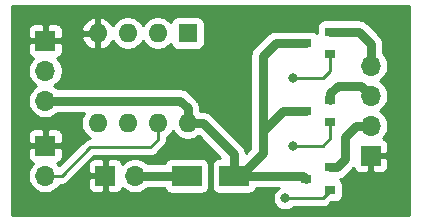
<source format=gbl>
%TF.GenerationSoftware,KiCad,Pcbnew,(5.1.6)-1*%
%TF.CreationDate,2020-09-24T16:39:52+02:00*%
%TF.ProjectId,rainbow-ledbar-CMS,7261696e-626f-4772-9d6c-65646261722d,rev?*%
%TF.SameCoordinates,Original*%
%TF.FileFunction,Copper,L2,Bot*%
%TF.FilePolarity,Positive*%
%FSLAX46Y46*%
G04 Gerber Fmt 4.6, Leading zero omitted, Abs format (unit mm)*
G04 Created by KiCad (PCBNEW (5.1.6)-1) date 2020-09-24 16:39:52*
%MOMM*%
%LPD*%
G01*
G04 APERTURE LIST*
%TA.AperFunction,SMDPad,CuDef*%
%ADD10R,0.900000X0.800000*%
%TD*%
%TA.AperFunction,SMDPad,CuDef*%
%ADD11R,2.500000X1.800000*%
%TD*%
%TA.AperFunction,ComponentPad*%
%ADD12R,1.700000X1.700000*%
%TD*%
%TA.AperFunction,ComponentPad*%
%ADD13O,1.700000X1.700000*%
%TD*%
%TA.AperFunction,ComponentPad*%
%ADD14R,1.600000X1.600000*%
%TD*%
%TA.AperFunction,ComponentPad*%
%ADD15O,1.600000X1.600000*%
%TD*%
%TA.AperFunction,ViaPad*%
%ADD16C,0.800000*%
%TD*%
%TA.AperFunction,Conductor*%
%ADD17C,0.800000*%
%TD*%
%TA.AperFunction,Conductor*%
%ADD18C,0.250000*%
%TD*%
%TA.AperFunction,Conductor*%
%ADD19C,0.254000*%
%TD*%
G04 APERTURE END LIST*
D10*
%TO.P,Q1,1*%
%TO.N,Net-(J1-Pad3)*%
X167624000Y-80546000D03*
%TO.P,Q1,2*%
%TO.N,Net-(Q1-Pad2)*%
X167624000Y-82446000D03*
%TO.P,Q1,3*%
%TO.N,VCC*%
X165624000Y-81496000D03*
%TD*%
%TO.P,Q2,3*%
%TO.N,VCC*%
X165624000Y-87251000D03*
%TO.P,Q2,2*%
%TO.N,Net-(Q2-Pad2)*%
X167624000Y-88201000D03*
%TO.P,Q2,1*%
%TO.N,Net-(J1-Pad2)*%
X167624000Y-86301000D03*
%TD*%
%TO.P,Q3,1*%
%TO.N,Net-(J1-Pad4)*%
X167624000Y-74796000D03*
%TO.P,Q3,2*%
%TO.N,Net-(Q3-Pad2)*%
X167624000Y-76696000D03*
%TO.P,Q3,3*%
%TO.N,VCC*%
X165624000Y-75746000D03*
%TD*%
D11*
%TO.P,D1,1*%
%TO.N,VCC*%
X159480000Y-86995000D03*
%TO.P,D1,2*%
%TO.N,Net-(D1-Pad2)*%
X155480000Y-86995000D03*
%TD*%
D12*
%TO.P,J1,1*%
%TO.N,GNDREF*%
X171069000Y-85300000D03*
D13*
%TO.P,J1,2*%
%TO.N,Net-(J1-Pad2)*%
X171069000Y-82760000D03*
%TO.P,J1,3*%
%TO.N,Net-(J1-Pad3)*%
X171069000Y-80220000D03*
%TO.P,J1,4*%
%TO.N,Net-(J1-Pad4)*%
X171069000Y-77680000D03*
%TD*%
D12*
%TO.P,J2,1*%
%TO.N,GNDREF*%
X148590000Y-86995000D03*
D13*
%TO.P,J2,2*%
%TO.N,Net-(D1-Pad2)*%
X151130000Y-86995000D03*
%TD*%
%TO.P,J3,2*%
%TO.N,PushButton*%
X143510000Y-86995000D03*
D12*
%TO.P,J3,1*%
%TO.N,GNDREF*%
X143510000Y-84455000D03*
%TD*%
%TO.P,J5,1*%
%TO.N,GNDREF*%
X143510000Y-75565000D03*
D13*
%TO.P,J5,2*%
%TO.N,Potentiom\u00E8tre*%
X143510000Y-78105000D03*
%TO.P,J5,3*%
%TO.N,VCC*%
X143510000Y-80645000D03*
%TD*%
D14*
%TO.P,U1,1*%
%TO.N,Net-(U1-Pad1)*%
X155575000Y-74930000D03*
D15*
%TO.P,U1,5*%
%TO.N,B*%
X147955000Y-82550000D03*
%TO.P,U1,2*%
%TO.N,R*%
X153035000Y-74930000D03*
%TO.P,U1,6*%
%TO.N,G*%
X150495000Y-82550000D03*
%TO.P,U1,3*%
%TO.N,Potentiom\u00E8tre*%
X150495000Y-74930000D03*
%TO.P,U1,7*%
%TO.N,PushButton*%
X153035000Y-82550000D03*
%TO.P,U1,4*%
%TO.N,GNDREF*%
X147955000Y-74930000D03*
%TO.P,U1,8*%
%TO.N,VCC*%
X155575000Y-82550000D03*
%TD*%
D16*
%TO.N,GNDREF*%
X153000000Y-78000000D03*
X173000000Y-74000000D03*
X173000000Y-89000000D03*
X156210000Y-84455000D03*
X146050000Y-88900000D03*
X159385000Y-73660000D03*
%TO.N,Net-(Q1-Pad2)*%
X164465000Y-84455000D03*
%TO.N,Net-(Q2-Pad2)*%
X163830000Y-88900000D03*
%TO.N,Net-(Q3-Pad2)*%
X164465000Y-78740000D03*
%TD*%
D17*
%TO.N,Net-(J1-Pad4)*%
X167624000Y-74796000D02*
X170046000Y-74796000D01*
X171069000Y-75819000D02*
X171069000Y-77680000D01*
X170046000Y-74796000D02*
X171069000Y-75819000D01*
%TO.N,Net-(J1-Pad3)*%
X167624000Y-80546000D02*
X167624000Y-80026000D01*
X167624000Y-80026000D02*
X168275000Y-79375000D01*
X170224000Y-79375000D02*
X171069000Y-80220000D01*
X168275000Y-79375000D02*
X170224000Y-79375000D01*
%TO.N,Net-(J1-Pad2)*%
X167624000Y-86301000D02*
X168216000Y-86301000D01*
X168910000Y-85607000D02*
X168910000Y-83716919D01*
X168910000Y-83716919D02*
X169866919Y-82760000D01*
X169866919Y-82760000D02*
X171069000Y-82760000D01*
X168216000Y-86301000D02*
X168910000Y-85607000D01*
%TO.N,VCC*%
X155575000Y-82550000D02*
X156845000Y-82550000D01*
X159480000Y-85185000D02*
X159480000Y-86995000D01*
X156845000Y-82550000D02*
X159480000Y-85185000D01*
X155575000Y-81280000D02*
X155575000Y-82550000D01*
X143510000Y-80645000D02*
X154940000Y-80645000D01*
X154940000Y-80645000D02*
X155575000Y-81280000D01*
X165368000Y-86995000D02*
X165624000Y-87251000D01*
X159480000Y-86995000D02*
X165368000Y-86995000D01*
X159480000Y-86995000D02*
X160020000Y-86995000D01*
X160020000Y-86995000D02*
X161925000Y-85090000D01*
X161925000Y-85090000D02*
X161925000Y-83185000D01*
X163614000Y-81496000D02*
X165624000Y-81496000D01*
X161925000Y-83185000D02*
X163614000Y-81496000D01*
X163014000Y-75746000D02*
X165624000Y-75746000D01*
X161925000Y-83185000D02*
X161925000Y-76835000D01*
X161925000Y-76835000D02*
X163014000Y-75746000D01*
D18*
%TO.N,PushButton*%
X153035000Y-83947000D02*
X153035000Y-82550000D01*
X152400000Y-84582000D02*
X153035000Y-83947000D01*
X147320000Y-84582000D02*
X152400000Y-84582000D01*
X143510000Y-86995000D02*
X144907000Y-86995000D01*
X144907000Y-86995000D02*
X147320000Y-84582000D01*
%TO.N,Net-(Q1-Pad2)*%
X164465000Y-84455000D02*
X167005000Y-84455000D01*
X167624000Y-83836000D02*
X167624000Y-82446000D01*
X167005000Y-84455000D02*
X167624000Y-83836000D01*
%TO.N,Net-(Q2-Pad2)*%
X167560000Y-88265000D02*
X167624000Y-88201000D01*
X167624000Y-88201000D02*
X167624000Y-88281000D01*
X167005000Y-88900000D02*
X163830000Y-88900000D01*
X167624000Y-88281000D02*
X167005000Y-88900000D01*
%TO.N,Net-(Q3-Pad2)*%
X164465000Y-78740000D02*
X167005000Y-78740000D01*
X167624000Y-78121000D02*
X167624000Y-76696000D01*
X167005000Y-78740000D02*
X167624000Y-78121000D01*
D17*
%TO.N,Net-(D1-Pad2)*%
X151130000Y-86995000D02*
X155480000Y-86995000D01*
%TD*%
D19*
%TO.N,GNDREF*%
G36*
X174340001Y-90340000D02*
G01*
X140660000Y-90340000D01*
X140660000Y-83605000D01*
X142021928Y-83605000D01*
X142025000Y-84169250D01*
X142183750Y-84328000D01*
X143383000Y-84328000D01*
X143383000Y-83128750D01*
X143637000Y-83128750D01*
X143637000Y-84328000D01*
X144836250Y-84328000D01*
X144995000Y-84169250D01*
X144998072Y-83605000D01*
X144985812Y-83480518D01*
X144949502Y-83360820D01*
X144890537Y-83250506D01*
X144811185Y-83153815D01*
X144714494Y-83074463D01*
X144604180Y-83015498D01*
X144484482Y-82979188D01*
X144360000Y-82966928D01*
X143795750Y-82970000D01*
X143637000Y-83128750D01*
X143383000Y-83128750D01*
X143224250Y-82970000D01*
X142660000Y-82966928D01*
X142535518Y-82979188D01*
X142415820Y-83015498D01*
X142305506Y-83074463D01*
X142208815Y-83153815D01*
X142129463Y-83250506D01*
X142070498Y-83360820D01*
X142034188Y-83480518D01*
X142021928Y-83605000D01*
X140660000Y-83605000D01*
X140660000Y-76415000D01*
X142021928Y-76415000D01*
X142034188Y-76539482D01*
X142070498Y-76659180D01*
X142129463Y-76769494D01*
X142208815Y-76866185D01*
X142305506Y-76945537D01*
X142415820Y-77004502D01*
X142488380Y-77026513D01*
X142356525Y-77158368D01*
X142194010Y-77401589D01*
X142082068Y-77671842D01*
X142025000Y-77958740D01*
X142025000Y-78251260D01*
X142082068Y-78538158D01*
X142194010Y-78808411D01*
X142356525Y-79051632D01*
X142563368Y-79258475D01*
X142737760Y-79375000D01*
X142563368Y-79491525D01*
X142356525Y-79698368D01*
X142194010Y-79941589D01*
X142082068Y-80211842D01*
X142025000Y-80498740D01*
X142025000Y-80791260D01*
X142082068Y-81078158D01*
X142194010Y-81348411D01*
X142356525Y-81591632D01*
X142563368Y-81798475D01*
X142806589Y-81960990D01*
X143076842Y-82072932D01*
X143363740Y-82130000D01*
X143656260Y-82130000D01*
X143943158Y-82072932D01*
X144213411Y-81960990D01*
X144456632Y-81798475D01*
X144575107Y-81680000D01*
X146810456Y-81680000D01*
X146683320Y-81870273D01*
X146575147Y-82131426D01*
X146520000Y-82408665D01*
X146520000Y-82691335D01*
X146575147Y-82968574D01*
X146683320Y-83229727D01*
X146840363Y-83464759D01*
X147040241Y-83664637D01*
X147275273Y-83821680D01*
X147277318Y-83822527D01*
X147171014Y-83832997D01*
X147027753Y-83876454D01*
X146895724Y-83947026D01*
X146779999Y-84041999D01*
X146756201Y-84070997D01*
X144709680Y-86117519D01*
X144663475Y-86048368D01*
X144531620Y-85916513D01*
X144604180Y-85894502D01*
X144714494Y-85835537D01*
X144811185Y-85756185D01*
X144890537Y-85659494D01*
X144949502Y-85549180D01*
X144985812Y-85429482D01*
X144998072Y-85305000D01*
X144995000Y-84740750D01*
X144836250Y-84582000D01*
X143637000Y-84582000D01*
X143637000Y-84602000D01*
X143383000Y-84602000D01*
X143383000Y-84582000D01*
X142183750Y-84582000D01*
X142025000Y-84740750D01*
X142021928Y-85305000D01*
X142034188Y-85429482D01*
X142070498Y-85549180D01*
X142129463Y-85659494D01*
X142208815Y-85756185D01*
X142305506Y-85835537D01*
X142415820Y-85894502D01*
X142488380Y-85916513D01*
X142356525Y-86048368D01*
X142194010Y-86291589D01*
X142082068Y-86561842D01*
X142025000Y-86848740D01*
X142025000Y-87141260D01*
X142082068Y-87428158D01*
X142194010Y-87698411D01*
X142356525Y-87941632D01*
X142563368Y-88148475D01*
X142806589Y-88310990D01*
X143076842Y-88422932D01*
X143363740Y-88480000D01*
X143656260Y-88480000D01*
X143943158Y-88422932D01*
X144213411Y-88310990D01*
X144456632Y-88148475D01*
X144663475Y-87941632D01*
X144728042Y-87845000D01*
X147101928Y-87845000D01*
X147114188Y-87969482D01*
X147150498Y-88089180D01*
X147209463Y-88199494D01*
X147288815Y-88296185D01*
X147385506Y-88375537D01*
X147495820Y-88434502D01*
X147615518Y-88470812D01*
X147740000Y-88483072D01*
X148304250Y-88480000D01*
X148463000Y-88321250D01*
X148463000Y-87122000D01*
X147263750Y-87122000D01*
X147105000Y-87280750D01*
X147101928Y-87845000D01*
X144728042Y-87845000D01*
X144788178Y-87755000D01*
X144869678Y-87755000D01*
X144907000Y-87758676D01*
X144944322Y-87755000D01*
X144944333Y-87755000D01*
X145055986Y-87744003D01*
X145199247Y-87700546D01*
X145331276Y-87629974D01*
X145447001Y-87535001D01*
X145470804Y-87505997D01*
X146831801Y-86145000D01*
X147101928Y-86145000D01*
X147105000Y-86709250D01*
X147263750Y-86868000D01*
X148463000Y-86868000D01*
X148463000Y-85668750D01*
X148717000Y-85668750D01*
X148717000Y-86868000D01*
X148737000Y-86868000D01*
X148737000Y-87122000D01*
X148717000Y-87122000D01*
X148717000Y-88321250D01*
X148875750Y-88480000D01*
X149440000Y-88483072D01*
X149564482Y-88470812D01*
X149684180Y-88434502D01*
X149794494Y-88375537D01*
X149891185Y-88296185D01*
X149970537Y-88199494D01*
X150029502Y-88089180D01*
X150051513Y-88016620D01*
X150183368Y-88148475D01*
X150426589Y-88310990D01*
X150696842Y-88422932D01*
X150983740Y-88480000D01*
X151276260Y-88480000D01*
X151563158Y-88422932D01*
X151833411Y-88310990D01*
X152076632Y-88148475D01*
X152195107Y-88030000D01*
X153607379Y-88030000D01*
X153640498Y-88139180D01*
X153699463Y-88249494D01*
X153778815Y-88346185D01*
X153875506Y-88425537D01*
X153985820Y-88484502D01*
X154105518Y-88520812D01*
X154230000Y-88533072D01*
X156730000Y-88533072D01*
X156854482Y-88520812D01*
X156974180Y-88484502D01*
X157084494Y-88425537D01*
X157181185Y-88346185D01*
X157260537Y-88249494D01*
X157319502Y-88139180D01*
X157355812Y-88019482D01*
X157368072Y-87895000D01*
X157368072Y-86095000D01*
X157355812Y-85970518D01*
X157319502Y-85850820D01*
X157260537Y-85740506D01*
X157181185Y-85643815D01*
X157084494Y-85564463D01*
X156974180Y-85505498D01*
X156854482Y-85469188D01*
X156730000Y-85456928D01*
X154230000Y-85456928D01*
X154105518Y-85469188D01*
X153985820Y-85505498D01*
X153875506Y-85564463D01*
X153778815Y-85643815D01*
X153699463Y-85740506D01*
X153640498Y-85850820D01*
X153607379Y-85960000D01*
X152195107Y-85960000D01*
X152076632Y-85841525D01*
X151833411Y-85679010D01*
X151563158Y-85567068D01*
X151276260Y-85510000D01*
X150983740Y-85510000D01*
X150696842Y-85567068D01*
X150426589Y-85679010D01*
X150183368Y-85841525D01*
X150051513Y-85973380D01*
X150029502Y-85900820D01*
X149970537Y-85790506D01*
X149891185Y-85693815D01*
X149794494Y-85614463D01*
X149684180Y-85555498D01*
X149564482Y-85519188D01*
X149440000Y-85506928D01*
X148875750Y-85510000D01*
X148717000Y-85668750D01*
X148463000Y-85668750D01*
X148304250Y-85510000D01*
X147740000Y-85506928D01*
X147615518Y-85519188D01*
X147495820Y-85555498D01*
X147385506Y-85614463D01*
X147288815Y-85693815D01*
X147209463Y-85790506D01*
X147150498Y-85900820D01*
X147114188Y-86020518D01*
X147101928Y-86145000D01*
X146831801Y-86145000D01*
X147634802Y-85342000D01*
X152362678Y-85342000D01*
X152400000Y-85345676D01*
X152437322Y-85342000D01*
X152437333Y-85342000D01*
X152548986Y-85331003D01*
X152692247Y-85287546D01*
X152824276Y-85216974D01*
X152940001Y-85122001D01*
X152963803Y-85092998D01*
X153546004Y-84510798D01*
X153575001Y-84487001D01*
X153669974Y-84371276D01*
X153740546Y-84239247D01*
X153784003Y-84095986D01*
X153795000Y-83984333D01*
X153795000Y-83984332D01*
X153798677Y-83947000D01*
X153795000Y-83909667D01*
X153795000Y-83768043D01*
X153949759Y-83664637D01*
X154149637Y-83464759D01*
X154305000Y-83232241D01*
X154460363Y-83464759D01*
X154660241Y-83664637D01*
X154895273Y-83821680D01*
X155156426Y-83929853D01*
X155433665Y-83985000D01*
X155716335Y-83985000D01*
X155993574Y-83929853D01*
X156254727Y-83821680D01*
X156489759Y-83664637D01*
X156492843Y-83661553D01*
X158288217Y-85456928D01*
X158230000Y-85456928D01*
X158105518Y-85469188D01*
X157985820Y-85505498D01*
X157875506Y-85564463D01*
X157778815Y-85643815D01*
X157699463Y-85740506D01*
X157640498Y-85850820D01*
X157604188Y-85970518D01*
X157591928Y-86095000D01*
X157591928Y-87895000D01*
X157604188Y-88019482D01*
X157640498Y-88139180D01*
X157699463Y-88249494D01*
X157778815Y-88346185D01*
X157875506Y-88425537D01*
X157985820Y-88484502D01*
X158105518Y-88520812D01*
X158230000Y-88533072D01*
X160730000Y-88533072D01*
X160854482Y-88520812D01*
X160974180Y-88484502D01*
X161084494Y-88425537D01*
X161181185Y-88346185D01*
X161260537Y-88249494D01*
X161319502Y-88139180D01*
X161352621Y-88030000D01*
X163269097Y-88030000D01*
X163170226Y-88096063D01*
X163026063Y-88240226D01*
X162912795Y-88409744D01*
X162834774Y-88598102D01*
X162795000Y-88798061D01*
X162795000Y-89001939D01*
X162834774Y-89201898D01*
X162912795Y-89390256D01*
X163026063Y-89559774D01*
X163170226Y-89703937D01*
X163339744Y-89817205D01*
X163528102Y-89895226D01*
X163728061Y-89935000D01*
X163931939Y-89935000D01*
X164131898Y-89895226D01*
X164320256Y-89817205D01*
X164489774Y-89703937D01*
X164533711Y-89660000D01*
X166967678Y-89660000D01*
X167005000Y-89663676D01*
X167042322Y-89660000D01*
X167042333Y-89660000D01*
X167153986Y-89649003D01*
X167297247Y-89605546D01*
X167429276Y-89534974D01*
X167545001Y-89440001D01*
X167568803Y-89410998D01*
X167740729Y-89239072D01*
X168074000Y-89239072D01*
X168198482Y-89226812D01*
X168318180Y-89190502D01*
X168428494Y-89131537D01*
X168525185Y-89052185D01*
X168604537Y-88955494D01*
X168663502Y-88845180D01*
X168699812Y-88725482D01*
X168712072Y-88601000D01*
X168712072Y-87801000D01*
X168699812Y-87676518D01*
X168663502Y-87556820D01*
X168604537Y-87446506D01*
X168525185Y-87349815D01*
X168470885Y-87305253D01*
X168613993Y-87261841D01*
X168793797Y-87165734D01*
X168951396Y-87036396D01*
X168983807Y-86996903D01*
X169605903Y-86374807D01*
X169620090Y-86363164D01*
X169629498Y-86394180D01*
X169688463Y-86504494D01*
X169767815Y-86601185D01*
X169864506Y-86680537D01*
X169974820Y-86739502D01*
X170094518Y-86775812D01*
X170219000Y-86788072D01*
X170783250Y-86785000D01*
X170942000Y-86626250D01*
X170942000Y-85427000D01*
X171196000Y-85427000D01*
X171196000Y-86626250D01*
X171354750Y-86785000D01*
X171919000Y-86788072D01*
X172043482Y-86775812D01*
X172163180Y-86739502D01*
X172273494Y-86680537D01*
X172370185Y-86601185D01*
X172449537Y-86504494D01*
X172508502Y-86394180D01*
X172544812Y-86274482D01*
X172557072Y-86150000D01*
X172554000Y-85585750D01*
X172395250Y-85427000D01*
X171196000Y-85427000D01*
X170942000Y-85427000D01*
X170922000Y-85427000D01*
X170922000Y-85173000D01*
X170942000Y-85173000D01*
X170942000Y-85153000D01*
X171196000Y-85153000D01*
X171196000Y-85173000D01*
X172395250Y-85173000D01*
X172554000Y-85014250D01*
X172557072Y-84450000D01*
X172544812Y-84325518D01*
X172508502Y-84205820D01*
X172449537Y-84095506D01*
X172370185Y-83998815D01*
X172273494Y-83919463D01*
X172163180Y-83860498D01*
X172090620Y-83838487D01*
X172222475Y-83706632D01*
X172384990Y-83463411D01*
X172496932Y-83193158D01*
X172554000Y-82906260D01*
X172554000Y-82613740D01*
X172496932Y-82326842D01*
X172384990Y-82056589D01*
X172222475Y-81813368D01*
X172015632Y-81606525D01*
X171841240Y-81490000D01*
X172015632Y-81373475D01*
X172222475Y-81166632D01*
X172384990Y-80923411D01*
X172496932Y-80653158D01*
X172554000Y-80366260D01*
X172554000Y-80073740D01*
X172496932Y-79786842D01*
X172384990Y-79516589D01*
X172222475Y-79273368D01*
X172015632Y-79066525D01*
X171841240Y-78950000D01*
X172015632Y-78833475D01*
X172222475Y-78626632D01*
X172384990Y-78383411D01*
X172496932Y-78113158D01*
X172554000Y-77826260D01*
X172554000Y-77533740D01*
X172496932Y-77246842D01*
X172384990Y-76976589D01*
X172222475Y-76733368D01*
X172104000Y-76614893D01*
X172104000Y-75869827D01*
X172109006Y-75818999D01*
X172104000Y-75768171D01*
X172104000Y-75768162D01*
X172089024Y-75616105D01*
X172029841Y-75421007D01*
X171933734Y-75241203D01*
X171804396Y-75083604D01*
X171764908Y-75051197D01*
X170813807Y-74100097D01*
X170781396Y-74060604D01*
X170623797Y-73931266D01*
X170443993Y-73835159D01*
X170248895Y-73775976D01*
X170096838Y-73761000D01*
X170096828Y-73761000D01*
X170046000Y-73755994D01*
X169995172Y-73761000D01*
X168105192Y-73761000D01*
X168074000Y-73757928D01*
X167174000Y-73757928D01*
X167049518Y-73770188D01*
X166929820Y-73806498D01*
X166819506Y-73865463D01*
X166722815Y-73944815D01*
X166643463Y-74041506D01*
X166584498Y-74151820D01*
X166548188Y-74271518D01*
X166535928Y-74396000D01*
X166535928Y-74907905D01*
X166525185Y-74894815D01*
X166428494Y-74815463D01*
X166318180Y-74756498D01*
X166198482Y-74720188D01*
X166074000Y-74707928D01*
X165174000Y-74707928D01*
X165142808Y-74711000D01*
X163064835Y-74711000D01*
X163014000Y-74705993D01*
X162963165Y-74711000D01*
X162963162Y-74711000D01*
X162811105Y-74725976D01*
X162661415Y-74771385D01*
X162616006Y-74785159D01*
X162436202Y-74881266D01*
X162419693Y-74894815D01*
X162278604Y-75010604D01*
X162246197Y-75050092D01*
X161229092Y-76067198D01*
X161189605Y-76099604D01*
X161157198Y-76139092D01*
X161157197Y-76139093D01*
X161060266Y-76257203D01*
X160964160Y-76437007D01*
X160904977Y-76632105D01*
X160884994Y-76835000D01*
X160890001Y-76885838D01*
X160890000Y-83134172D01*
X160884994Y-83185000D01*
X160890000Y-83235828D01*
X160890000Y-83235837D01*
X160890001Y-83235847D01*
X160890000Y-84661289D01*
X160506225Y-85045065D01*
X160500024Y-84982105D01*
X160440841Y-84787007D01*
X160396104Y-84703309D01*
X160344734Y-84607202D01*
X160247803Y-84489092D01*
X160215396Y-84449604D01*
X160175908Y-84417197D01*
X157612807Y-81854097D01*
X157580396Y-81814604D01*
X157422797Y-81685266D01*
X157242993Y-81589159D01*
X157047895Y-81529976D01*
X156895838Y-81515000D01*
X156895828Y-81515000D01*
X156845000Y-81509994D01*
X156794172Y-81515000D01*
X156610000Y-81515000D01*
X156610000Y-81330835D01*
X156615007Y-81280000D01*
X156609373Y-81222797D01*
X156595024Y-81077105D01*
X156546821Y-80918203D01*
X156535841Y-80882006D01*
X156439734Y-80702202D01*
X156388942Y-80640313D01*
X156310396Y-80544604D01*
X156270903Y-80512193D01*
X155707807Y-79949097D01*
X155675396Y-79909604D01*
X155517797Y-79780266D01*
X155337993Y-79684159D01*
X155142895Y-79624976D01*
X154990838Y-79610000D01*
X154990828Y-79610000D01*
X154940000Y-79604994D01*
X154889172Y-79610000D01*
X144575107Y-79610000D01*
X144456632Y-79491525D01*
X144282240Y-79375000D01*
X144456632Y-79258475D01*
X144663475Y-79051632D01*
X144825990Y-78808411D01*
X144937932Y-78538158D01*
X144995000Y-78251260D01*
X144995000Y-77958740D01*
X144937932Y-77671842D01*
X144825990Y-77401589D01*
X144663475Y-77158368D01*
X144531620Y-77026513D01*
X144604180Y-77004502D01*
X144714494Y-76945537D01*
X144811185Y-76866185D01*
X144890537Y-76769494D01*
X144949502Y-76659180D01*
X144985812Y-76539482D01*
X144998072Y-76415000D01*
X144995000Y-75850750D01*
X144836250Y-75692000D01*
X143637000Y-75692000D01*
X143637000Y-75712000D01*
X143383000Y-75712000D01*
X143383000Y-75692000D01*
X142183750Y-75692000D01*
X142025000Y-75850750D01*
X142021928Y-76415000D01*
X140660000Y-76415000D01*
X140660000Y-74715000D01*
X142021928Y-74715000D01*
X142025000Y-75279250D01*
X142183750Y-75438000D01*
X143383000Y-75438000D01*
X143383000Y-74238750D01*
X143637000Y-74238750D01*
X143637000Y-75438000D01*
X144836250Y-75438000D01*
X144995000Y-75279250D01*
X144995001Y-75279040D01*
X146563091Y-75279040D01*
X146657930Y-75543881D01*
X146802615Y-75785131D01*
X146991586Y-75993519D01*
X147217580Y-76161037D01*
X147471913Y-76281246D01*
X147605961Y-76321904D01*
X147828000Y-76199915D01*
X147828000Y-75057000D01*
X146684376Y-75057000D01*
X146563091Y-75279040D01*
X144995001Y-75279040D01*
X144998072Y-74715000D01*
X144985812Y-74590518D01*
X144982913Y-74580960D01*
X146563091Y-74580960D01*
X146684376Y-74803000D01*
X147828000Y-74803000D01*
X147828000Y-73660085D01*
X148082000Y-73660085D01*
X148082000Y-74803000D01*
X148102000Y-74803000D01*
X148102000Y-75057000D01*
X148082000Y-75057000D01*
X148082000Y-76199915D01*
X148304039Y-76321904D01*
X148438087Y-76281246D01*
X148692420Y-76161037D01*
X148918414Y-75993519D01*
X149107385Y-75785131D01*
X149218933Y-75599135D01*
X149223320Y-75609727D01*
X149380363Y-75844759D01*
X149580241Y-76044637D01*
X149815273Y-76201680D01*
X150076426Y-76309853D01*
X150353665Y-76365000D01*
X150636335Y-76365000D01*
X150913574Y-76309853D01*
X151174727Y-76201680D01*
X151409759Y-76044637D01*
X151609637Y-75844759D01*
X151765000Y-75612241D01*
X151920363Y-75844759D01*
X152120241Y-76044637D01*
X152355273Y-76201680D01*
X152616426Y-76309853D01*
X152893665Y-76365000D01*
X153176335Y-76365000D01*
X153453574Y-76309853D01*
X153714727Y-76201680D01*
X153949759Y-76044637D01*
X154148357Y-75846039D01*
X154149188Y-75854482D01*
X154185498Y-75974180D01*
X154244463Y-76084494D01*
X154323815Y-76181185D01*
X154420506Y-76260537D01*
X154530820Y-76319502D01*
X154650518Y-76355812D01*
X154775000Y-76368072D01*
X156375000Y-76368072D01*
X156499482Y-76355812D01*
X156619180Y-76319502D01*
X156729494Y-76260537D01*
X156826185Y-76181185D01*
X156905537Y-76084494D01*
X156964502Y-75974180D01*
X157000812Y-75854482D01*
X157013072Y-75730000D01*
X157013072Y-74130000D01*
X157000812Y-74005518D01*
X156964502Y-73885820D01*
X156905537Y-73775506D01*
X156826185Y-73678815D01*
X156729494Y-73599463D01*
X156619180Y-73540498D01*
X156499482Y-73504188D01*
X156375000Y-73491928D01*
X154775000Y-73491928D01*
X154650518Y-73504188D01*
X154530820Y-73540498D01*
X154420506Y-73599463D01*
X154323815Y-73678815D01*
X154244463Y-73775506D01*
X154185498Y-73885820D01*
X154149188Y-74005518D01*
X154148357Y-74013961D01*
X153949759Y-73815363D01*
X153714727Y-73658320D01*
X153453574Y-73550147D01*
X153176335Y-73495000D01*
X152893665Y-73495000D01*
X152616426Y-73550147D01*
X152355273Y-73658320D01*
X152120241Y-73815363D01*
X151920363Y-74015241D01*
X151765000Y-74247759D01*
X151609637Y-74015241D01*
X151409759Y-73815363D01*
X151174727Y-73658320D01*
X150913574Y-73550147D01*
X150636335Y-73495000D01*
X150353665Y-73495000D01*
X150076426Y-73550147D01*
X149815273Y-73658320D01*
X149580241Y-73815363D01*
X149380363Y-74015241D01*
X149223320Y-74250273D01*
X149218933Y-74260865D01*
X149107385Y-74074869D01*
X148918414Y-73866481D01*
X148692420Y-73698963D01*
X148438087Y-73578754D01*
X148304039Y-73538096D01*
X148082000Y-73660085D01*
X147828000Y-73660085D01*
X147605961Y-73538096D01*
X147471913Y-73578754D01*
X147217580Y-73698963D01*
X146991586Y-73866481D01*
X146802615Y-74074869D01*
X146657930Y-74316119D01*
X146563091Y-74580960D01*
X144982913Y-74580960D01*
X144949502Y-74470820D01*
X144890537Y-74360506D01*
X144811185Y-74263815D01*
X144714494Y-74184463D01*
X144604180Y-74125498D01*
X144484482Y-74089188D01*
X144360000Y-74076928D01*
X143795750Y-74080000D01*
X143637000Y-74238750D01*
X143383000Y-74238750D01*
X143224250Y-74080000D01*
X142660000Y-74076928D01*
X142535518Y-74089188D01*
X142415820Y-74125498D01*
X142305506Y-74184463D01*
X142208815Y-74263815D01*
X142129463Y-74360506D01*
X142070498Y-74470820D01*
X142034188Y-74590518D01*
X142021928Y-74715000D01*
X140660000Y-74715000D01*
X140660000Y-72660000D01*
X174340000Y-72660000D01*
X174340001Y-90340000D01*
G37*
X174340001Y-90340000D02*
X140660000Y-90340000D01*
X140660000Y-83605000D01*
X142021928Y-83605000D01*
X142025000Y-84169250D01*
X142183750Y-84328000D01*
X143383000Y-84328000D01*
X143383000Y-83128750D01*
X143637000Y-83128750D01*
X143637000Y-84328000D01*
X144836250Y-84328000D01*
X144995000Y-84169250D01*
X144998072Y-83605000D01*
X144985812Y-83480518D01*
X144949502Y-83360820D01*
X144890537Y-83250506D01*
X144811185Y-83153815D01*
X144714494Y-83074463D01*
X144604180Y-83015498D01*
X144484482Y-82979188D01*
X144360000Y-82966928D01*
X143795750Y-82970000D01*
X143637000Y-83128750D01*
X143383000Y-83128750D01*
X143224250Y-82970000D01*
X142660000Y-82966928D01*
X142535518Y-82979188D01*
X142415820Y-83015498D01*
X142305506Y-83074463D01*
X142208815Y-83153815D01*
X142129463Y-83250506D01*
X142070498Y-83360820D01*
X142034188Y-83480518D01*
X142021928Y-83605000D01*
X140660000Y-83605000D01*
X140660000Y-76415000D01*
X142021928Y-76415000D01*
X142034188Y-76539482D01*
X142070498Y-76659180D01*
X142129463Y-76769494D01*
X142208815Y-76866185D01*
X142305506Y-76945537D01*
X142415820Y-77004502D01*
X142488380Y-77026513D01*
X142356525Y-77158368D01*
X142194010Y-77401589D01*
X142082068Y-77671842D01*
X142025000Y-77958740D01*
X142025000Y-78251260D01*
X142082068Y-78538158D01*
X142194010Y-78808411D01*
X142356525Y-79051632D01*
X142563368Y-79258475D01*
X142737760Y-79375000D01*
X142563368Y-79491525D01*
X142356525Y-79698368D01*
X142194010Y-79941589D01*
X142082068Y-80211842D01*
X142025000Y-80498740D01*
X142025000Y-80791260D01*
X142082068Y-81078158D01*
X142194010Y-81348411D01*
X142356525Y-81591632D01*
X142563368Y-81798475D01*
X142806589Y-81960990D01*
X143076842Y-82072932D01*
X143363740Y-82130000D01*
X143656260Y-82130000D01*
X143943158Y-82072932D01*
X144213411Y-81960990D01*
X144456632Y-81798475D01*
X144575107Y-81680000D01*
X146810456Y-81680000D01*
X146683320Y-81870273D01*
X146575147Y-82131426D01*
X146520000Y-82408665D01*
X146520000Y-82691335D01*
X146575147Y-82968574D01*
X146683320Y-83229727D01*
X146840363Y-83464759D01*
X147040241Y-83664637D01*
X147275273Y-83821680D01*
X147277318Y-83822527D01*
X147171014Y-83832997D01*
X147027753Y-83876454D01*
X146895724Y-83947026D01*
X146779999Y-84041999D01*
X146756201Y-84070997D01*
X144709680Y-86117519D01*
X144663475Y-86048368D01*
X144531620Y-85916513D01*
X144604180Y-85894502D01*
X144714494Y-85835537D01*
X144811185Y-85756185D01*
X144890537Y-85659494D01*
X144949502Y-85549180D01*
X144985812Y-85429482D01*
X144998072Y-85305000D01*
X144995000Y-84740750D01*
X144836250Y-84582000D01*
X143637000Y-84582000D01*
X143637000Y-84602000D01*
X143383000Y-84602000D01*
X143383000Y-84582000D01*
X142183750Y-84582000D01*
X142025000Y-84740750D01*
X142021928Y-85305000D01*
X142034188Y-85429482D01*
X142070498Y-85549180D01*
X142129463Y-85659494D01*
X142208815Y-85756185D01*
X142305506Y-85835537D01*
X142415820Y-85894502D01*
X142488380Y-85916513D01*
X142356525Y-86048368D01*
X142194010Y-86291589D01*
X142082068Y-86561842D01*
X142025000Y-86848740D01*
X142025000Y-87141260D01*
X142082068Y-87428158D01*
X142194010Y-87698411D01*
X142356525Y-87941632D01*
X142563368Y-88148475D01*
X142806589Y-88310990D01*
X143076842Y-88422932D01*
X143363740Y-88480000D01*
X143656260Y-88480000D01*
X143943158Y-88422932D01*
X144213411Y-88310990D01*
X144456632Y-88148475D01*
X144663475Y-87941632D01*
X144728042Y-87845000D01*
X147101928Y-87845000D01*
X147114188Y-87969482D01*
X147150498Y-88089180D01*
X147209463Y-88199494D01*
X147288815Y-88296185D01*
X147385506Y-88375537D01*
X147495820Y-88434502D01*
X147615518Y-88470812D01*
X147740000Y-88483072D01*
X148304250Y-88480000D01*
X148463000Y-88321250D01*
X148463000Y-87122000D01*
X147263750Y-87122000D01*
X147105000Y-87280750D01*
X147101928Y-87845000D01*
X144728042Y-87845000D01*
X144788178Y-87755000D01*
X144869678Y-87755000D01*
X144907000Y-87758676D01*
X144944322Y-87755000D01*
X144944333Y-87755000D01*
X145055986Y-87744003D01*
X145199247Y-87700546D01*
X145331276Y-87629974D01*
X145447001Y-87535001D01*
X145470804Y-87505997D01*
X146831801Y-86145000D01*
X147101928Y-86145000D01*
X147105000Y-86709250D01*
X147263750Y-86868000D01*
X148463000Y-86868000D01*
X148463000Y-85668750D01*
X148717000Y-85668750D01*
X148717000Y-86868000D01*
X148737000Y-86868000D01*
X148737000Y-87122000D01*
X148717000Y-87122000D01*
X148717000Y-88321250D01*
X148875750Y-88480000D01*
X149440000Y-88483072D01*
X149564482Y-88470812D01*
X149684180Y-88434502D01*
X149794494Y-88375537D01*
X149891185Y-88296185D01*
X149970537Y-88199494D01*
X150029502Y-88089180D01*
X150051513Y-88016620D01*
X150183368Y-88148475D01*
X150426589Y-88310990D01*
X150696842Y-88422932D01*
X150983740Y-88480000D01*
X151276260Y-88480000D01*
X151563158Y-88422932D01*
X151833411Y-88310990D01*
X152076632Y-88148475D01*
X152195107Y-88030000D01*
X153607379Y-88030000D01*
X153640498Y-88139180D01*
X153699463Y-88249494D01*
X153778815Y-88346185D01*
X153875506Y-88425537D01*
X153985820Y-88484502D01*
X154105518Y-88520812D01*
X154230000Y-88533072D01*
X156730000Y-88533072D01*
X156854482Y-88520812D01*
X156974180Y-88484502D01*
X157084494Y-88425537D01*
X157181185Y-88346185D01*
X157260537Y-88249494D01*
X157319502Y-88139180D01*
X157355812Y-88019482D01*
X157368072Y-87895000D01*
X157368072Y-86095000D01*
X157355812Y-85970518D01*
X157319502Y-85850820D01*
X157260537Y-85740506D01*
X157181185Y-85643815D01*
X157084494Y-85564463D01*
X156974180Y-85505498D01*
X156854482Y-85469188D01*
X156730000Y-85456928D01*
X154230000Y-85456928D01*
X154105518Y-85469188D01*
X153985820Y-85505498D01*
X153875506Y-85564463D01*
X153778815Y-85643815D01*
X153699463Y-85740506D01*
X153640498Y-85850820D01*
X153607379Y-85960000D01*
X152195107Y-85960000D01*
X152076632Y-85841525D01*
X151833411Y-85679010D01*
X151563158Y-85567068D01*
X151276260Y-85510000D01*
X150983740Y-85510000D01*
X150696842Y-85567068D01*
X150426589Y-85679010D01*
X150183368Y-85841525D01*
X150051513Y-85973380D01*
X150029502Y-85900820D01*
X149970537Y-85790506D01*
X149891185Y-85693815D01*
X149794494Y-85614463D01*
X149684180Y-85555498D01*
X149564482Y-85519188D01*
X149440000Y-85506928D01*
X148875750Y-85510000D01*
X148717000Y-85668750D01*
X148463000Y-85668750D01*
X148304250Y-85510000D01*
X147740000Y-85506928D01*
X147615518Y-85519188D01*
X147495820Y-85555498D01*
X147385506Y-85614463D01*
X147288815Y-85693815D01*
X147209463Y-85790506D01*
X147150498Y-85900820D01*
X147114188Y-86020518D01*
X147101928Y-86145000D01*
X146831801Y-86145000D01*
X147634802Y-85342000D01*
X152362678Y-85342000D01*
X152400000Y-85345676D01*
X152437322Y-85342000D01*
X152437333Y-85342000D01*
X152548986Y-85331003D01*
X152692247Y-85287546D01*
X152824276Y-85216974D01*
X152940001Y-85122001D01*
X152963803Y-85092998D01*
X153546004Y-84510798D01*
X153575001Y-84487001D01*
X153669974Y-84371276D01*
X153740546Y-84239247D01*
X153784003Y-84095986D01*
X153795000Y-83984333D01*
X153795000Y-83984332D01*
X153798677Y-83947000D01*
X153795000Y-83909667D01*
X153795000Y-83768043D01*
X153949759Y-83664637D01*
X154149637Y-83464759D01*
X154305000Y-83232241D01*
X154460363Y-83464759D01*
X154660241Y-83664637D01*
X154895273Y-83821680D01*
X155156426Y-83929853D01*
X155433665Y-83985000D01*
X155716335Y-83985000D01*
X155993574Y-83929853D01*
X156254727Y-83821680D01*
X156489759Y-83664637D01*
X156492843Y-83661553D01*
X158288217Y-85456928D01*
X158230000Y-85456928D01*
X158105518Y-85469188D01*
X157985820Y-85505498D01*
X157875506Y-85564463D01*
X157778815Y-85643815D01*
X157699463Y-85740506D01*
X157640498Y-85850820D01*
X157604188Y-85970518D01*
X157591928Y-86095000D01*
X157591928Y-87895000D01*
X157604188Y-88019482D01*
X157640498Y-88139180D01*
X157699463Y-88249494D01*
X157778815Y-88346185D01*
X157875506Y-88425537D01*
X157985820Y-88484502D01*
X158105518Y-88520812D01*
X158230000Y-88533072D01*
X160730000Y-88533072D01*
X160854482Y-88520812D01*
X160974180Y-88484502D01*
X161084494Y-88425537D01*
X161181185Y-88346185D01*
X161260537Y-88249494D01*
X161319502Y-88139180D01*
X161352621Y-88030000D01*
X163269097Y-88030000D01*
X163170226Y-88096063D01*
X163026063Y-88240226D01*
X162912795Y-88409744D01*
X162834774Y-88598102D01*
X162795000Y-88798061D01*
X162795000Y-89001939D01*
X162834774Y-89201898D01*
X162912795Y-89390256D01*
X163026063Y-89559774D01*
X163170226Y-89703937D01*
X163339744Y-89817205D01*
X163528102Y-89895226D01*
X163728061Y-89935000D01*
X163931939Y-89935000D01*
X164131898Y-89895226D01*
X164320256Y-89817205D01*
X164489774Y-89703937D01*
X164533711Y-89660000D01*
X166967678Y-89660000D01*
X167005000Y-89663676D01*
X167042322Y-89660000D01*
X167042333Y-89660000D01*
X167153986Y-89649003D01*
X167297247Y-89605546D01*
X167429276Y-89534974D01*
X167545001Y-89440001D01*
X167568803Y-89410998D01*
X167740729Y-89239072D01*
X168074000Y-89239072D01*
X168198482Y-89226812D01*
X168318180Y-89190502D01*
X168428494Y-89131537D01*
X168525185Y-89052185D01*
X168604537Y-88955494D01*
X168663502Y-88845180D01*
X168699812Y-88725482D01*
X168712072Y-88601000D01*
X168712072Y-87801000D01*
X168699812Y-87676518D01*
X168663502Y-87556820D01*
X168604537Y-87446506D01*
X168525185Y-87349815D01*
X168470885Y-87305253D01*
X168613993Y-87261841D01*
X168793797Y-87165734D01*
X168951396Y-87036396D01*
X168983807Y-86996903D01*
X169605903Y-86374807D01*
X169620090Y-86363164D01*
X169629498Y-86394180D01*
X169688463Y-86504494D01*
X169767815Y-86601185D01*
X169864506Y-86680537D01*
X169974820Y-86739502D01*
X170094518Y-86775812D01*
X170219000Y-86788072D01*
X170783250Y-86785000D01*
X170942000Y-86626250D01*
X170942000Y-85427000D01*
X171196000Y-85427000D01*
X171196000Y-86626250D01*
X171354750Y-86785000D01*
X171919000Y-86788072D01*
X172043482Y-86775812D01*
X172163180Y-86739502D01*
X172273494Y-86680537D01*
X172370185Y-86601185D01*
X172449537Y-86504494D01*
X172508502Y-86394180D01*
X172544812Y-86274482D01*
X172557072Y-86150000D01*
X172554000Y-85585750D01*
X172395250Y-85427000D01*
X171196000Y-85427000D01*
X170942000Y-85427000D01*
X170922000Y-85427000D01*
X170922000Y-85173000D01*
X170942000Y-85173000D01*
X170942000Y-85153000D01*
X171196000Y-85153000D01*
X171196000Y-85173000D01*
X172395250Y-85173000D01*
X172554000Y-85014250D01*
X172557072Y-84450000D01*
X172544812Y-84325518D01*
X172508502Y-84205820D01*
X172449537Y-84095506D01*
X172370185Y-83998815D01*
X172273494Y-83919463D01*
X172163180Y-83860498D01*
X172090620Y-83838487D01*
X172222475Y-83706632D01*
X172384990Y-83463411D01*
X172496932Y-83193158D01*
X172554000Y-82906260D01*
X172554000Y-82613740D01*
X172496932Y-82326842D01*
X172384990Y-82056589D01*
X172222475Y-81813368D01*
X172015632Y-81606525D01*
X171841240Y-81490000D01*
X172015632Y-81373475D01*
X172222475Y-81166632D01*
X172384990Y-80923411D01*
X172496932Y-80653158D01*
X172554000Y-80366260D01*
X172554000Y-80073740D01*
X172496932Y-79786842D01*
X172384990Y-79516589D01*
X172222475Y-79273368D01*
X172015632Y-79066525D01*
X171841240Y-78950000D01*
X172015632Y-78833475D01*
X172222475Y-78626632D01*
X172384990Y-78383411D01*
X172496932Y-78113158D01*
X172554000Y-77826260D01*
X172554000Y-77533740D01*
X172496932Y-77246842D01*
X172384990Y-76976589D01*
X172222475Y-76733368D01*
X172104000Y-76614893D01*
X172104000Y-75869827D01*
X172109006Y-75818999D01*
X172104000Y-75768171D01*
X172104000Y-75768162D01*
X172089024Y-75616105D01*
X172029841Y-75421007D01*
X171933734Y-75241203D01*
X171804396Y-75083604D01*
X171764908Y-75051197D01*
X170813807Y-74100097D01*
X170781396Y-74060604D01*
X170623797Y-73931266D01*
X170443993Y-73835159D01*
X170248895Y-73775976D01*
X170096838Y-73761000D01*
X170096828Y-73761000D01*
X170046000Y-73755994D01*
X169995172Y-73761000D01*
X168105192Y-73761000D01*
X168074000Y-73757928D01*
X167174000Y-73757928D01*
X167049518Y-73770188D01*
X166929820Y-73806498D01*
X166819506Y-73865463D01*
X166722815Y-73944815D01*
X166643463Y-74041506D01*
X166584498Y-74151820D01*
X166548188Y-74271518D01*
X166535928Y-74396000D01*
X166535928Y-74907905D01*
X166525185Y-74894815D01*
X166428494Y-74815463D01*
X166318180Y-74756498D01*
X166198482Y-74720188D01*
X166074000Y-74707928D01*
X165174000Y-74707928D01*
X165142808Y-74711000D01*
X163064835Y-74711000D01*
X163014000Y-74705993D01*
X162963165Y-74711000D01*
X162963162Y-74711000D01*
X162811105Y-74725976D01*
X162661415Y-74771385D01*
X162616006Y-74785159D01*
X162436202Y-74881266D01*
X162419693Y-74894815D01*
X162278604Y-75010604D01*
X162246197Y-75050092D01*
X161229092Y-76067198D01*
X161189605Y-76099604D01*
X161157198Y-76139092D01*
X161157197Y-76139093D01*
X161060266Y-76257203D01*
X160964160Y-76437007D01*
X160904977Y-76632105D01*
X160884994Y-76835000D01*
X160890001Y-76885838D01*
X160890000Y-83134172D01*
X160884994Y-83185000D01*
X160890000Y-83235828D01*
X160890000Y-83235837D01*
X160890001Y-83235847D01*
X160890000Y-84661289D01*
X160506225Y-85045065D01*
X160500024Y-84982105D01*
X160440841Y-84787007D01*
X160396104Y-84703309D01*
X160344734Y-84607202D01*
X160247803Y-84489092D01*
X160215396Y-84449604D01*
X160175908Y-84417197D01*
X157612807Y-81854097D01*
X157580396Y-81814604D01*
X157422797Y-81685266D01*
X157242993Y-81589159D01*
X157047895Y-81529976D01*
X156895838Y-81515000D01*
X156895828Y-81515000D01*
X156845000Y-81509994D01*
X156794172Y-81515000D01*
X156610000Y-81515000D01*
X156610000Y-81330835D01*
X156615007Y-81280000D01*
X156609373Y-81222797D01*
X156595024Y-81077105D01*
X156546821Y-80918203D01*
X156535841Y-80882006D01*
X156439734Y-80702202D01*
X156388942Y-80640313D01*
X156310396Y-80544604D01*
X156270903Y-80512193D01*
X155707807Y-79949097D01*
X155675396Y-79909604D01*
X155517797Y-79780266D01*
X155337993Y-79684159D01*
X155142895Y-79624976D01*
X154990838Y-79610000D01*
X154990828Y-79610000D01*
X154940000Y-79604994D01*
X154889172Y-79610000D01*
X144575107Y-79610000D01*
X144456632Y-79491525D01*
X144282240Y-79375000D01*
X144456632Y-79258475D01*
X144663475Y-79051632D01*
X144825990Y-78808411D01*
X144937932Y-78538158D01*
X144995000Y-78251260D01*
X144995000Y-77958740D01*
X144937932Y-77671842D01*
X144825990Y-77401589D01*
X144663475Y-77158368D01*
X144531620Y-77026513D01*
X144604180Y-77004502D01*
X144714494Y-76945537D01*
X144811185Y-76866185D01*
X144890537Y-76769494D01*
X144949502Y-76659180D01*
X144985812Y-76539482D01*
X144998072Y-76415000D01*
X144995000Y-75850750D01*
X144836250Y-75692000D01*
X143637000Y-75692000D01*
X143637000Y-75712000D01*
X143383000Y-75712000D01*
X143383000Y-75692000D01*
X142183750Y-75692000D01*
X142025000Y-75850750D01*
X142021928Y-76415000D01*
X140660000Y-76415000D01*
X140660000Y-74715000D01*
X142021928Y-74715000D01*
X142025000Y-75279250D01*
X142183750Y-75438000D01*
X143383000Y-75438000D01*
X143383000Y-74238750D01*
X143637000Y-74238750D01*
X143637000Y-75438000D01*
X144836250Y-75438000D01*
X144995000Y-75279250D01*
X144995001Y-75279040D01*
X146563091Y-75279040D01*
X146657930Y-75543881D01*
X146802615Y-75785131D01*
X146991586Y-75993519D01*
X147217580Y-76161037D01*
X147471913Y-76281246D01*
X147605961Y-76321904D01*
X147828000Y-76199915D01*
X147828000Y-75057000D01*
X146684376Y-75057000D01*
X146563091Y-75279040D01*
X144995001Y-75279040D01*
X144998072Y-74715000D01*
X144985812Y-74590518D01*
X144982913Y-74580960D01*
X146563091Y-74580960D01*
X146684376Y-74803000D01*
X147828000Y-74803000D01*
X147828000Y-73660085D01*
X148082000Y-73660085D01*
X148082000Y-74803000D01*
X148102000Y-74803000D01*
X148102000Y-75057000D01*
X148082000Y-75057000D01*
X148082000Y-76199915D01*
X148304039Y-76321904D01*
X148438087Y-76281246D01*
X148692420Y-76161037D01*
X148918414Y-75993519D01*
X149107385Y-75785131D01*
X149218933Y-75599135D01*
X149223320Y-75609727D01*
X149380363Y-75844759D01*
X149580241Y-76044637D01*
X149815273Y-76201680D01*
X150076426Y-76309853D01*
X150353665Y-76365000D01*
X150636335Y-76365000D01*
X150913574Y-76309853D01*
X151174727Y-76201680D01*
X151409759Y-76044637D01*
X151609637Y-75844759D01*
X151765000Y-75612241D01*
X151920363Y-75844759D01*
X152120241Y-76044637D01*
X152355273Y-76201680D01*
X152616426Y-76309853D01*
X152893665Y-76365000D01*
X153176335Y-76365000D01*
X153453574Y-76309853D01*
X153714727Y-76201680D01*
X153949759Y-76044637D01*
X154148357Y-75846039D01*
X154149188Y-75854482D01*
X154185498Y-75974180D01*
X154244463Y-76084494D01*
X154323815Y-76181185D01*
X154420506Y-76260537D01*
X154530820Y-76319502D01*
X154650518Y-76355812D01*
X154775000Y-76368072D01*
X156375000Y-76368072D01*
X156499482Y-76355812D01*
X156619180Y-76319502D01*
X156729494Y-76260537D01*
X156826185Y-76181185D01*
X156905537Y-76084494D01*
X156964502Y-75974180D01*
X157000812Y-75854482D01*
X157013072Y-75730000D01*
X157013072Y-74130000D01*
X157000812Y-74005518D01*
X156964502Y-73885820D01*
X156905537Y-73775506D01*
X156826185Y-73678815D01*
X156729494Y-73599463D01*
X156619180Y-73540498D01*
X156499482Y-73504188D01*
X156375000Y-73491928D01*
X154775000Y-73491928D01*
X154650518Y-73504188D01*
X154530820Y-73540498D01*
X154420506Y-73599463D01*
X154323815Y-73678815D01*
X154244463Y-73775506D01*
X154185498Y-73885820D01*
X154149188Y-74005518D01*
X154148357Y-74013961D01*
X153949759Y-73815363D01*
X153714727Y-73658320D01*
X153453574Y-73550147D01*
X153176335Y-73495000D01*
X152893665Y-73495000D01*
X152616426Y-73550147D01*
X152355273Y-73658320D01*
X152120241Y-73815363D01*
X151920363Y-74015241D01*
X151765000Y-74247759D01*
X151609637Y-74015241D01*
X151409759Y-73815363D01*
X151174727Y-73658320D01*
X150913574Y-73550147D01*
X150636335Y-73495000D01*
X150353665Y-73495000D01*
X150076426Y-73550147D01*
X149815273Y-73658320D01*
X149580241Y-73815363D01*
X149380363Y-74015241D01*
X149223320Y-74250273D01*
X149218933Y-74260865D01*
X149107385Y-74074869D01*
X148918414Y-73866481D01*
X148692420Y-73698963D01*
X148438087Y-73578754D01*
X148304039Y-73538096D01*
X148082000Y-73660085D01*
X147828000Y-73660085D01*
X147605961Y-73538096D01*
X147471913Y-73578754D01*
X147217580Y-73698963D01*
X146991586Y-73866481D01*
X146802615Y-74074869D01*
X146657930Y-74316119D01*
X146563091Y-74580960D01*
X144982913Y-74580960D01*
X144949502Y-74470820D01*
X144890537Y-74360506D01*
X144811185Y-74263815D01*
X144714494Y-74184463D01*
X144604180Y-74125498D01*
X144484482Y-74089188D01*
X144360000Y-74076928D01*
X143795750Y-74080000D01*
X143637000Y-74238750D01*
X143383000Y-74238750D01*
X143224250Y-74080000D01*
X142660000Y-74076928D01*
X142535518Y-74089188D01*
X142415820Y-74125498D01*
X142305506Y-74184463D01*
X142208815Y-74263815D01*
X142129463Y-74360506D01*
X142070498Y-74470820D01*
X142034188Y-74590518D01*
X142021928Y-74715000D01*
X140660000Y-74715000D01*
X140660000Y-72660000D01*
X174340000Y-72660000D01*
X174340001Y-90340000D01*
%TD*%
M02*

</source>
